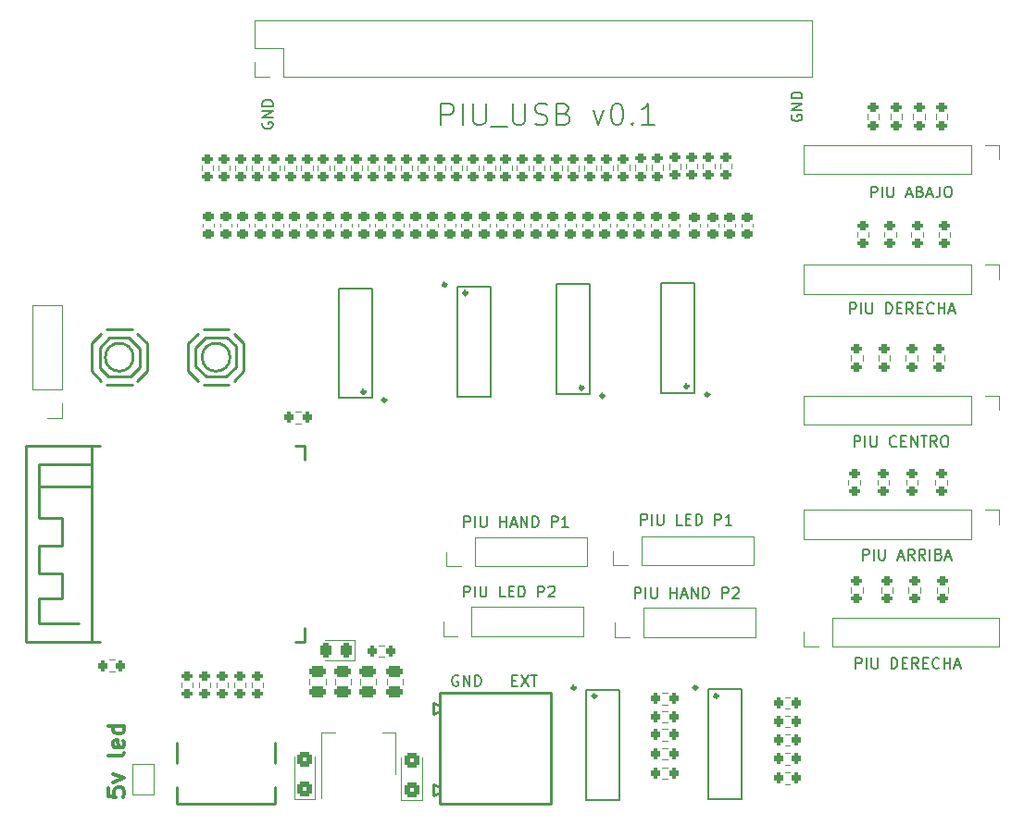
<source format=gto>
G04 #@! TF.GenerationSoftware,KiCad,Pcbnew,(6.0.5)*
G04 #@! TF.CreationDate,2025-09-09T17:56:06-06:00*
G04 #@! TF.ProjectId,tarjeta_pump_it_up,7461726a-6574-4615-9f70-756d705f6974,rev?*
G04 #@! TF.SameCoordinates,Original*
G04 #@! TF.FileFunction,Legend,Top*
G04 #@! TF.FilePolarity,Positive*
%FSLAX46Y46*%
G04 Gerber Fmt 4.6, Leading zero omitted, Abs format (unit mm)*
G04 Created by KiCad (PCBNEW (6.0.5)) date 2025-09-09 17:56:06*
%MOMM*%
%LPD*%
G01*
G04 APERTURE LIST*
G04 Aperture macros list*
%AMRoundRect*
0 Rectangle with rounded corners*
0 $1 Rounding radius*
0 $2 $3 $4 $5 $6 $7 $8 $9 X,Y pos of 4 corners*
0 Add a 4 corners polygon primitive as box body*
4,1,4,$2,$3,$4,$5,$6,$7,$8,$9,$2,$3,0*
0 Add four circle primitives for the rounded corners*
1,1,$1+$1,$2,$3*
1,1,$1+$1,$4,$5*
1,1,$1+$1,$6,$7*
1,1,$1+$1,$8,$9*
0 Add four rect primitives between the rounded corners*
20,1,$1+$1,$2,$3,$4,$5,0*
20,1,$1+$1,$4,$5,$6,$7,0*
20,1,$1+$1,$6,$7,$8,$9,0*
20,1,$1+$1,$8,$9,$2,$3,0*%
G04 Aperture macros list end*
%ADD10C,0.150000*%
%ADD11C,0.300000*%
%ADD12C,0.120000*%
%ADD13C,0.250000*%
%ADD14RoundRect,0.200000X0.275000X-0.200000X0.275000X0.200000X-0.275000X0.200000X-0.275000X-0.200000X0*%
%ADD15RoundRect,0.200000X-0.275000X0.200000X-0.275000X-0.200000X0.275000X-0.200000X0.275000X0.200000X0*%
%ADD16C,3.200000*%
%ADD17O,1.970000X0.600000*%
%ADD18RoundRect,0.200000X-0.200000X-0.275000X0.200000X-0.275000X0.200000X0.275000X-0.200000X0.275000X0*%
%ADD19R,1.700000X1.700000*%
%ADD20O,1.700000X1.700000*%
%ADD21RoundRect,0.225000X-0.250000X0.225000X-0.250000X-0.225000X0.250000X-0.225000X0.250000X0.225000X0*%
%ADD22RoundRect,0.250000X0.475000X-0.250000X0.475000X0.250000X-0.475000X0.250000X-0.475000X-0.250000X0*%
%ADD23R,0.900000X1.500000*%
%ADD24R,1.500000X0.900000*%
%ADD25R,0.900000X0.900000*%
%ADD26RoundRect,0.250000X0.425000X-0.450000X0.425000X0.450000X-0.425000X0.450000X-0.425000X-0.450000X0*%
%ADD27R,1.000000X1.700000*%
%ADD28RoundRect,0.225000X0.250000X-0.225000X0.250000X0.225000X-0.250000X0.225000X-0.250000X-0.225000X0*%
%ADD29C,2.000000*%
%ADD30R,1.500000X1.000000*%
%ADD31RoundRect,0.243750X0.243750X0.456250X-0.243750X0.456250X-0.243750X-0.456250X0.243750X-0.456250X0*%
%ADD32R,1.500000X2.000000*%
%ADD33R,3.800000X2.000000*%
%ADD34C,0.750000*%
%ADD35O,1.200000X2.000000*%
%ADD36O,1.200000X1.800000*%
%ADD37R,0.300000X1.300000*%
G04 APERTURE END LIST*
D10*
X123335714Y-81804761D02*
X123335714Y-79804761D01*
X124097619Y-79804761D01*
X124288095Y-79900000D01*
X124383333Y-79995238D01*
X124478571Y-80185714D01*
X124478571Y-80471428D01*
X124383333Y-80661904D01*
X124288095Y-80757142D01*
X124097619Y-80852380D01*
X123335714Y-80852380D01*
X125335714Y-81804761D02*
X125335714Y-79804761D01*
X126288095Y-79804761D02*
X126288095Y-81423809D01*
X126383333Y-81614285D01*
X126478571Y-81709523D01*
X126669047Y-81804761D01*
X127050000Y-81804761D01*
X127240476Y-81709523D01*
X127335714Y-81614285D01*
X127430952Y-81423809D01*
X127430952Y-79804761D01*
X127907142Y-81995238D02*
X129430952Y-81995238D01*
X129907142Y-79804761D02*
X129907142Y-81423809D01*
X130002380Y-81614285D01*
X130097619Y-81709523D01*
X130288095Y-81804761D01*
X130669047Y-81804761D01*
X130859523Y-81709523D01*
X130954761Y-81614285D01*
X131050000Y-81423809D01*
X131050000Y-79804761D01*
X131907142Y-81709523D02*
X132192857Y-81804761D01*
X132669047Y-81804761D01*
X132859523Y-81709523D01*
X132954761Y-81614285D01*
X133050000Y-81423809D01*
X133050000Y-81233333D01*
X132954761Y-81042857D01*
X132859523Y-80947619D01*
X132669047Y-80852380D01*
X132288095Y-80757142D01*
X132097619Y-80661904D01*
X132002380Y-80566666D01*
X131907142Y-80376190D01*
X131907142Y-80185714D01*
X132002380Y-79995238D01*
X132097619Y-79900000D01*
X132288095Y-79804761D01*
X132764285Y-79804761D01*
X133050000Y-79900000D01*
X134573809Y-80757142D02*
X134859523Y-80852380D01*
X134954761Y-80947619D01*
X135050000Y-81138095D01*
X135050000Y-81423809D01*
X134954761Y-81614285D01*
X134859523Y-81709523D01*
X134669047Y-81804761D01*
X133907142Y-81804761D01*
X133907142Y-79804761D01*
X134573809Y-79804761D01*
X134764285Y-79900000D01*
X134859523Y-79995238D01*
X134954761Y-80185714D01*
X134954761Y-80376190D01*
X134859523Y-80566666D01*
X134764285Y-80661904D01*
X134573809Y-80757142D01*
X133907142Y-80757142D01*
X137240476Y-80471428D02*
X137716666Y-81804761D01*
X138192857Y-80471428D01*
X139335714Y-79804761D02*
X139526190Y-79804761D01*
X139716666Y-79900000D01*
X139811904Y-79995238D01*
X139907142Y-80185714D01*
X140002380Y-80566666D01*
X140002380Y-81042857D01*
X139907142Y-81423809D01*
X139811904Y-81614285D01*
X139716666Y-81709523D01*
X139526190Y-81804761D01*
X139335714Y-81804761D01*
X139145238Y-81709523D01*
X139050000Y-81614285D01*
X138954761Y-81423809D01*
X138859523Y-81042857D01*
X138859523Y-80566666D01*
X138954761Y-80185714D01*
X139050000Y-79995238D01*
X139145238Y-79900000D01*
X139335714Y-79804761D01*
X140859523Y-81614285D02*
X140954761Y-81709523D01*
X140859523Y-81804761D01*
X140764285Y-81709523D01*
X140859523Y-81614285D01*
X140859523Y-81804761D01*
X142859523Y-81804761D02*
X141716666Y-81804761D01*
X142288095Y-81804761D02*
X142288095Y-79804761D01*
X142097619Y-80090476D01*
X141907142Y-80280952D01*
X141716666Y-80376190D01*
X160728095Y-99082380D02*
X160728095Y-98082380D01*
X161109047Y-98082380D01*
X161204285Y-98130000D01*
X161251904Y-98177619D01*
X161299523Y-98272857D01*
X161299523Y-98415714D01*
X161251904Y-98510952D01*
X161204285Y-98558571D01*
X161109047Y-98606190D01*
X160728095Y-98606190D01*
X161728095Y-99082380D02*
X161728095Y-98082380D01*
X162204285Y-98082380D02*
X162204285Y-98891904D01*
X162251904Y-98987142D01*
X162299523Y-99034761D01*
X162394761Y-99082380D01*
X162585238Y-99082380D01*
X162680476Y-99034761D01*
X162728095Y-98987142D01*
X162775714Y-98891904D01*
X162775714Y-98082380D01*
X164013809Y-99082380D02*
X164013809Y-98082380D01*
X164251904Y-98082380D01*
X164394761Y-98130000D01*
X164490000Y-98225238D01*
X164537619Y-98320476D01*
X164585238Y-98510952D01*
X164585238Y-98653809D01*
X164537619Y-98844285D01*
X164490000Y-98939523D01*
X164394761Y-99034761D01*
X164251904Y-99082380D01*
X164013809Y-99082380D01*
X165013809Y-98558571D02*
X165347142Y-98558571D01*
X165490000Y-99082380D02*
X165013809Y-99082380D01*
X165013809Y-98082380D01*
X165490000Y-98082380D01*
X166490000Y-99082380D02*
X166156666Y-98606190D01*
X165918571Y-99082380D02*
X165918571Y-98082380D01*
X166299523Y-98082380D01*
X166394761Y-98130000D01*
X166442380Y-98177619D01*
X166490000Y-98272857D01*
X166490000Y-98415714D01*
X166442380Y-98510952D01*
X166394761Y-98558571D01*
X166299523Y-98606190D01*
X165918571Y-98606190D01*
X166918571Y-98558571D02*
X167251904Y-98558571D01*
X167394761Y-99082380D02*
X166918571Y-99082380D01*
X166918571Y-98082380D01*
X167394761Y-98082380D01*
X168394761Y-98987142D02*
X168347142Y-99034761D01*
X168204285Y-99082380D01*
X168109047Y-99082380D01*
X167966190Y-99034761D01*
X167870952Y-98939523D01*
X167823333Y-98844285D01*
X167775714Y-98653809D01*
X167775714Y-98510952D01*
X167823333Y-98320476D01*
X167870952Y-98225238D01*
X167966190Y-98130000D01*
X168109047Y-98082380D01*
X168204285Y-98082380D01*
X168347142Y-98130000D01*
X168394761Y-98177619D01*
X168823333Y-99082380D02*
X168823333Y-98082380D01*
X168823333Y-98558571D02*
X169394761Y-98558571D01*
X169394761Y-99082380D02*
X169394761Y-98082380D01*
X169823333Y-98796666D02*
X170299523Y-98796666D01*
X169728095Y-99082380D02*
X170061428Y-98082380D01*
X170394761Y-99082380D01*
X125451904Y-118612380D02*
X125451904Y-117612380D01*
X125832857Y-117612380D01*
X125928095Y-117660000D01*
X125975714Y-117707619D01*
X126023333Y-117802857D01*
X126023333Y-117945714D01*
X125975714Y-118040952D01*
X125928095Y-118088571D01*
X125832857Y-118136190D01*
X125451904Y-118136190D01*
X126451904Y-118612380D02*
X126451904Y-117612380D01*
X126928095Y-117612380D02*
X126928095Y-118421904D01*
X126975714Y-118517142D01*
X127023333Y-118564761D01*
X127118571Y-118612380D01*
X127309047Y-118612380D01*
X127404285Y-118564761D01*
X127451904Y-118517142D01*
X127499523Y-118421904D01*
X127499523Y-117612380D01*
X128737619Y-118612380D02*
X128737619Y-117612380D01*
X128737619Y-118088571D02*
X129309047Y-118088571D01*
X129309047Y-118612380D02*
X129309047Y-117612380D01*
X129737619Y-118326666D02*
X130213809Y-118326666D01*
X129642380Y-118612380D02*
X129975714Y-117612380D01*
X130309047Y-118612380D01*
X130642380Y-118612380D02*
X130642380Y-117612380D01*
X131213809Y-118612380D01*
X131213809Y-117612380D01*
X131690000Y-118612380D02*
X131690000Y-117612380D01*
X131928095Y-117612380D01*
X132070952Y-117660000D01*
X132166190Y-117755238D01*
X132213809Y-117850476D01*
X132261428Y-118040952D01*
X132261428Y-118183809D01*
X132213809Y-118374285D01*
X132166190Y-118469523D01*
X132070952Y-118564761D01*
X131928095Y-118612380D01*
X131690000Y-118612380D01*
X133451904Y-118612380D02*
X133451904Y-117612380D01*
X133832857Y-117612380D01*
X133928095Y-117660000D01*
X133975714Y-117707619D01*
X134023333Y-117802857D01*
X134023333Y-117945714D01*
X133975714Y-118040952D01*
X133928095Y-118088571D01*
X133832857Y-118136190D01*
X133451904Y-118136190D01*
X134975714Y-118612380D02*
X134404285Y-118612380D01*
X134690000Y-118612380D02*
X134690000Y-117612380D01*
X134594761Y-117755238D01*
X134499523Y-117850476D01*
X134404285Y-117898095D01*
X129838571Y-132658571D02*
X130171904Y-132658571D01*
X130314761Y-133182380D02*
X129838571Y-133182380D01*
X129838571Y-132182380D01*
X130314761Y-132182380D01*
X130648095Y-132182380D02*
X131314761Y-133182380D01*
X131314761Y-132182380D02*
X130648095Y-133182380D01*
X131552857Y-132182380D02*
X132124285Y-132182380D01*
X131838571Y-133182380D02*
X131838571Y-132182380D01*
X107010000Y-81581904D02*
X106962380Y-81677142D01*
X106962380Y-81820000D01*
X107010000Y-81962857D01*
X107105238Y-82058095D01*
X107200476Y-82105714D01*
X107390952Y-82153333D01*
X107533809Y-82153333D01*
X107724285Y-82105714D01*
X107819523Y-82058095D01*
X107914761Y-81962857D01*
X107962380Y-81820000D01*
X107962380Y-81724761D01*
X107914761Y-81581904D01*
X107867142Y-81534285D01*
X107533809Y-81534285D01*
X107533809Y-81724761D01*
X107962380Y-81105714D02*
X106962380Y-81105714D01*
X107962380Y-80534285D01*
X106962380Y-80534285D01*
X107962380Y-80058095D02*
X106962380Y-80058095D01*
X106962380Y-79820000D01*
X107010000Y-79677142D01*
X107105238Y-79581904D01*
X107200476Y-79534285D01*
X107390952Y-79486666D01*
X107533809Y-79486666D01*
X107724285Y-79534285D01*
X107819523Y-79581904D01*
X107914761Y-79677142D01*
X107962380Y-79820000D01*
X107962380Y-80058095D01*
X161900000Y-121632380D02*
X161900000Y-120632380D01*
X162280952Y-120632380D01*
X162376190Y-120680000D01*
X162423809Y-120727619D01*
X162471428Y-120822857D01*
X162471428Y-120965714D01*
X162423809Y-121060952D01*
X162376190Y-121108571D01*
X162280952Y-121156190D01*
X161900000Y-121156190D01*
X162900000Y-121632380D02*
X162900000Y-120632380D01*
X163376190Y-120632380D02*
X163376190Y-121441904D01*
X163423809Y-121537142D01*
X163471428Y-121584761D01*
X163566666Y-121632380D01*
X163757142Y-121632380D01*
X163852380Y-121584761D01*
X163900000Y-121537142D01*
X163947619Y-121441904D01*
X163947619Y-120632380D01*
X165138095Y-121346666D02*
X165614285Y-121346666D01*
X165042857Y-121632380D02*
X165376190Y-120632380D01*
X165709523Y-121632380D01*
X166614285Y-121632380D02*
X166280952Y-121156190D01*
X166042857Y-121632380D02*
X166042857Y-120632380D01*
X166423809Y-120632380D01*
X166519047Y-120680000D01*
X166566666Y-120727619D01*
X166614285Y-120822857D01*
X166614285Y-120965714D01*
X166566666Y-121060952D01*
X166519047Y-121108571D01*
X166423809Y-121156190D01*
X166042857Y-121156190D01*
X167614285Y-121632380D02*
X167280952Y-121156190D01*
X167042857Y-121632380D02*
X167042857Y-120632380D01*
X167423809Y-120632380D01*
X167519047Y-120680000D01*
X167566666Y-120727619D01*
X167614285Y-120822857D01*
X167614285Y-120965714D01*
X167566666Y-121060952D01*
X167519047Y-121108571D01*
X167423809Y-121156190D01*
X167042857Y-121156190D01*
X168042857Y-121632380D02*
X168042857Y-120632380D01*
X168852380Y-121108571D02*
X168995238Y-121156190D01*
X169042857Y-121203809D01*
X169090476Y-121299047D01*
X169090476Y-121441904D01*
X169042857Y-121537142D01*
X168995238Y-121584761D01*
X168900000Y-121632380D01*
X168519047Y-121632380D01*
X168519047Y-120632380D01*
X168852380Y-120632380D01*
X168947619Y-120680000D01*
X168995238Y-120727619D01*
X169042857Y-120822857D01*
X169042857Y-120918095D01*
X168995238Y-121013333D01*
X168947619Y-121060952D01*
X168852380Y-121108571D01*
X168519047Y-121108571D01*
X169471428Y-121346666D02*
X169947619Y-121346666D01*
X169376190Y-121632380D02*
X169709523Y-120632380D01*
X170042857Y-121632380D01*
X125440952Y-125002380D02*
X125440952Y-124002380D01*
X125821904Y-124002380D01*
X125917142Y-124050000D01*
X125964761Y-124097619D01*
X126012380Y-124192857D01*
X126012380Y-124335714D01*
X125964761Y-124430952D01*
X125917142Y-124478571D01*
X125821904Y-124526190D01*
X125440952Y-124526190D01*
X126440952Y-125002380D02*
X126440952Y-124002380D01*
X126917142Y-124002380D02*
X126917142Y-124811904D01*
X126964761Y-124907142D01*
X127012380Y-124954761D01*
X127107619Y-125002380D01*
X127298095Y-125002380D01*
X127393333Y-124954761D01*
X127440952Y-124907142D01*
X127488571Y-124811904D01*
X127488571Y-124002380D01*
X129202857Y-125002380D02*
X128726666Y-125002380D01*
X128726666Y-124002380D01*
X129536190Y-124478571D02*
X129869523Y-124478571D01*
X130012380Y-125002380D02*
X129536190Y-125002380D01*
X129536190Y-124002380D01*
X130012380Y-124002380D01*
X130440952Y-125002380D02*
X130440952Y-124002380D01*
X130679047Y-124002380D01*
X130821904Y-124050000D01*
X130917142Y-124145238D01*
X130964761Y-124240476D01*
X131012380Y-124430952D01*
X131012380Y-124573809D01*
X130964761Y-124764285D01*
X130917142Y-124859523D01*
X130821904Y-124954761D01*
X130679047Y-125002380D01*
X130440952Y-125002380D01*
X132202857Y-125002380D02*
X132202857Y-124002380D01*
X132583809Y-124002380D01*
X132679047Y-124050000D01*
X132726666Y-124097619D01*
X132774285Y-124192857D01*
X132774285Y-124335714D01*
X132726666Y-124430952D01*
X132679047Y-124478571D01*
X132583809Y-124526190D01*
X132202857Y-124526190D01*
X133155238Y-124097619D02*
X133202857Y-124050000D01*
X133298095Y-124002380D01*
X133536190Y-124002380D01*
X133631428Y-124050000D01*
X133679047Y-124097619D01*
X133726666Y-124192857D01*
X133726666Y-124288095D01*
X133679047Y-124430952D01*
X133107619Y-125002380D01*
X133726666Y-125002380D01*
X124908095Y-132230000D02*
X124812857Y-132182380D01*
X124670000Y-132182380D01*
X124527142Y-132230000D01*
X124431904Y-132325238D01*
X124384285Y-132420476D01*
X124336666Y-132610952D01*
X124336666Y-132753809D01*
X124384285Y-132944285D01*
X124431904Y-133039523D01*
X124527142Y-133134761D01*
X124670000Y-133182380D01*
X124765238Y-133182380D01*
X124908095Y-133134761D01*
X124955714Y-133087142D01*
X124955714Y-132753809D01*
X124765238Y-132753809D01*
X125384285Y-133182380D02*
X125384285Y-132182380D01*
X125955714Y-133182380D01*
X125955714Y-132182380D01*
X126431904Y-133182380D02*
X126431904Y-132182380D01*
X126670000Y-132182380D01*
X126812857Y-132230000D01*
X126908095Y-132325238D01*
X126955714Y-132420476D01*
X127003333Y-132610952D01*
X127003333Y-132753809D01*
X126955714Y-132944285D01*
X126908095Y-133039523D01*
X126812857Y-133134761D01*
X126670000Y-133182380D01*
X126431904Y-133182380D01*
X141630952Y-118422380D02*
X141630952Y-117422380D01*
X142011904Y-117422380D01*
X142107142Y-117470000D01*
X142154761Y-117517619D01*
X142202380Y-117612857D01*
X142202380Y-117755714D01*
X142154761Y-117850952D01*
X142107142Y-117898571D01*
X142011904Y-117946190D01*
X141630952Y-117946190D01*
X142630952Y-118422380D02*
X142630952Y-117422380D01*
X143107142Y-117422380D02*
X143107142Y-118231904D01*
X143154761Y-118327142D01*
X143202380Y-118374761D01*
X143297619Y-118422380D01*
X143488095Y-118422380D01*
X143583333Y-118374761D01*
X143630952Y-118327142D01*
X143678571Y-118231904D01*
X143678571Y-117422380D01*
X145392857Y-118422380D02*
X144916666Y-118422380D01*
X144916666Y-117422380D01*
X145726190Y-117898571D02*
X146059523Y-117898571D01*
X146202380Y-118422380D02*
X145726190Y-118422380D01*
X145726190Y-117422380D01*
X146202380Y-117422380D01*
X146630952Y-118422380D02*
X146630952Y-117422380D01*
X146869047Y-117422380D01*
X147011904Y-117470000D01*
X147107142Y-117565238D01*
X147154761Y-117660476D01*
X147202380Y-117850952D01*
X147202380Y-117993809D01*
X147154761Y-118184285D01*
X147107142Y-118279523D01*
X147011904Y-118374761D01*
X146869047Y-118422380D01*
X146630952Y-118422380D01*
X148392857Y-118422380D02*
X148392857Y-117422380D01*
X148773809Y-117422380D01*
X148869047Y-117470000D01*
X148916666Y-117517619D01*
X148964285Y-117612857D01*
X148964285Y-117755714D01*
X148916666Y-117850952D01*
X148869047Y-117898571D01*
X148773809Y-117946190D01*
X148392857Y-117946190D01*
X149916666Y-118422380D02*
X149345238Y-118422380D01*
X149630952Y-118422380D02*
X149630952Y-117422380D01*
X149535714Y-117565238D01*
X149440476Y-117660476D01*
X149345238Y-117708095D01*
X141051904Y-125122380D02*
X141051904Y-124122380D01*
X141432857Y-124122380D01*
X141528095Y-124170000D01*
X141575714Y-124217619D01*
X141623333Y-124312857D01*
X141623333Y-124455714D01*
X141575714Y-124550952D01*
X141528095Y-124598571D01*
X141432857Y-124646190D01*
X141051904Y-124646190D01*
X142051904Y-125122380D02*
X142051904Y-124122380D01*
X142528095Y-124122380D02*
X142528095Y-124931904D01*
X142575714Y-125027142D01*
X142623333Y-125074761D01*
X142718571Y-125122380D01*
X142909047Y-125122380D01*
X143004285Y-125074761D01*
X143051904Y-125027142D01*
X143099523Y-124931904D01*
X143099523Y-124122380D01*
X144337619Y-125122380D02*
X144337619Y-124122380D01*
X144337619Y-124598571D02*
X144909047Y-124598571D01*
X144909047Y-125122380D02*
X144909047Y-124122380D01*
X145337619Y-124836666D02*
X145813809Y-124836666D01*
X145242380Y-125122380D02*
X145575714Y-124122380D01*
X145909047Y-125122380D01*
X146242380Y-125122380D02*
X146242380Y-124122380D01*
X146813809Y-125122380D01*
X146813809Y-124122380D01*
X147290000Y-125122380D02*
X147290000Y-124122380D01*
X147528095Y-124122380D01*
X147670952Y-124170000D01*
X147766190Y-124265238D01*
X147813809Y-124360476D01*
X147861428Y-124550952D01*
X147861428Y-124693809D01*
X147813809Y-124884285D01*
X147766190Y-124979523D01*
X147670952Y-125074761D01*
X147528095Y-125122380D01*
X147290000Y-125122380D01*
X149051904Y-125122380D02*
X149051904Y-124122380D01*
X149432857Y-124122380D01*
X149528095Y-124170000D01*
X149575714Y-124217619D01*
X149623333Y-124312857D01*
X149623333Y-124455714D01*
X149575714Y-124550952D01*
X149528095Y-124598571D01*
X149432857Y-124646190D01*
X149051904Y-124646190D01*
X150004285Y-124217619D02*
X150051904Y-124170000D01*
X150147142Y-124122380D01*
X150385238Y-124122380D01*
X150480476Y-124170000D01*
X150528095Y-124217619D01*
X150575714Y-124312857D01*
X150575714Y-124408095D01*
X150528095Y-124550952D01*
X149956666Y-125122380D01*
X150575714Y-125122380D01*
X162663333Y-88422380D02*
X162663333Y-87422380D01*
X163044285Y-87422380D01*
X163139523Y-87470000D01*
X163187142Y-87517619D01*
X163234761Y-87612857D01*
X163234761Y-87755714D01*
X163187142Y-87850952D01*
X163139523Y-87898571D01*
X163044285Y-87946190D01*
X162663333Y-87946190D01*
X163663333Y-88422380D02*
X163663333Y-87422380D01*
X164139523Y-87422380D02*
X164139523Y-88231904D01*
X164187142Y-88327142D01*
X164234761Y-88374761D01*
X164330000Y-88422380D01*
X164520476Y-88422380D01*
X164615714Y-88374761D01*
X164663333Y-88327142D01*
X164710952Y-88231904D01*
X164710952Y-87422380D01*
X165901428Y-88136666D02*
X166377619Y-88136666D01*
X165806190Y-88422380D02*
X166139523Y-87422380D01*
X166472857Y-88422380D01*
X167139523Y-87898571D02*
X167282380Y-87946190D01*
X167330000Y-87993809D01*
X167377619Y-88089047D01*
X167377619Y-88231904D01*
X167330000Y-88327142D01*
X167282380Y-88374761D01*
X167187142Y-88422380D01*
X166806190Y-88422380D01*
X166806190Y-87422380D01*
X167139523Y-87422380D01*
X167234761Y-87470000D01*
X167282380Y-87517619D01*
X167330000Y-87612857D01*
X167330000Y-87708095D01*
X167282380Y-87803333D01*
X167234761Y-87850952D01*
X167139523Y-87898571D01*
X166806190Y-87898571D01*
X167758571Y-88136666D02*
X168234761Y-88136666D01*
X167663333Y-88422380D02*
X167996666Y-87422380D01*
X168330000Y-88422380D01*
X168949047Y-87422380D02*
X168949047Y-88136666D01*
X168901428Y-88279523D01*
X168806190Y-88374761D01*
X168663333Y-88422380D01*
X168568095Y-88422380D01*
X169615714Y-87422380D02*
X169806190Y-87422380D01*
X169901428Y-87470000D01*
X169996666Y-87565238D01*
X170044285Y-87755714D01*
X170044285Y-88089047D01*
X169996666Y-88279523D01*
X169901428Y-88374761D01*
X169806190Y-88422380D01*
X169615714Y-88422380D01*
X169520476Y-88374761D01*
X169425238Y-88279523D01*
X169377619Y-88089047D01*
X169377619Y-87755714D01*
X169425238Y-87565238D01*
X169520476Y-87470000D01*
X169615714Y-87422380D01*
D11*
X92868571Y-142520000D02*
X92868571Y-143234285D01*
X93582857Y-143305714D01*
X93511428Y-143234285D01*
X93440000Y-143091428D01*
X93440000Y-142734285D01*
X93511428Y-142591428D01*
X93582857Y-142520000D01*
X93725714Y-142448571D01*
X94082857Y-142448571D01*
X94225714Y-142520000D01*
X94297142Y-142591428D01*
X94368571Y-142734285D01*
X94368571Y-143091428D01*
X94297142Y-143234285D01*
X94225714Y-143305714D01*
X93368571Y-141948571D02*
X94368571Y-141591428D01*
X93368571Y-141234285D01*
X94368571Y-139305714D02*
X94297142Y-139448571D01*
X94154285Y-139520000D01*
X92868571Y-139520000D01*
X94297142Y-138162857D02*
X94368571Y-138305714D01*
X94368571Y-138591428D01*
X94297142Y-138734285D01*
X94154285Y-138805714D01*
X93582857Y-138805714D01*
X93440000Y-138734285D01*
X93368571Y-138591428D01*
X93368571Y-138305714D01*
X93440000Y-138162857D01*
X93582857Y-138091428D01*
X93725714Y-138091428D01*
X93868571Y-138805714D01*
X94368571Y-136805714D02*
X92868571Y-136805714D01*
X94297142Y-136805714D02*
X94368571Y-136948571D01*
X94368571Y-137234285D01*
X94297142Y-137377142D01*
X94225714Y-137448571D01*
X94082857Y-137520000D01*
X93654285Y-137520000D01*
X93511428Y-137448571D01*
X93440000Y-137377142D01*
X93368571Y-137234285D01*
X93368571Y-136948571D01*
X93440000Y-136805714D01*
D10*
X161114285Y-111262380D02*
X161114285Y-110262380D01*
X161495238Y-110262380D01*
X161590476Y-110310000D01*
X161638095Y-110357619D01*
X161685714Y-110452857D01*
X161685714Y-110595714D01*
X161638095Y-110690952D01*
X161590476Y-110738571D01*
X161495238Y-110786190D01*
X161114285Y-110786190D01*
X162114285Y-111262380D02*
X162114285Y-110262380D01*
X162590476Y-110262380D02*
X162590476Y-111071904D01*
X162638095Y-111167142D01*
X162685714Y-111214761D01*
X162780952Y-111262380D01*
X162971428Y-111262380D01*
X163066666Y-111214761D01*
X163114285Y-111167142D01*
X163161904Y-111071904D01*
X163161904Y-110262380D01*
X164971428Y-111167142D02*
X164923809Y-111214761D01*
X164780952Y-111262380D01*
X164685714Y-111262380D01*
X164542857Y-111214761D01*
X164447619Y-111119523D01*
X164400000Y-111024285D01*
X164352380Y-110833809D01*
X164352380Y-110690952D01*
X164400000Y-110500476D01*
X164447619Y-110405238D01*
X164542857Y-110310000D01*
X164685714Y-110262380D01*
X164780952Y-110262380D01*
X164923809Y-110310000D01*
X164971428Y-110357619D01*
X165400000Y-110738571D02*
X165733333Y-110738571D01*
X165876190Y-111262380D02*
X165400000Y-111262380D01*
X165400000Y-110262380D01*
X165876190Y-110262380D01*
X166304761Y-111262380D02*
X166304761Y-110262380D01*
X166876190Y-111262380D01*
X166876190Y-110262380D01*
X167209523Y-110262380D02*
X167780952Y-110262380D01*
X167495238Y-111262380D02*
X167495238Y-110262380D01*
X168685714Y-111262380D02*
X168352380Y-110786190D01*
X168114285Y-111262380D02*
X168114285Y-110262380D01*
X168495238Y-110262380D01*
X168590476Y-110310000D01*
X168638095Y-110357619D01*
X168685714Y-110452857D01*
X168685714Y-110595714D01*
X168638095Y-110690952D01*
X168590476Y-110738571D01*
X168495238Y-110786190D01*
X168114285Y-110786190D01*
X169304761Y-110262380D02*
X169495238Y-110262380D01*
X169590476Y-110310000D01*
X169685714Y-110405238D01*
X169733333Y-110595714D01*
X169733333Y-110929047D01*
X169685714Y-111119523D01*
X169590476Y-111214761D01*
X169495238Y-111262380D01*
X169304761Y-111262380D01*
X169209523Y-111214761D01*
X169114285Y-111119523D01*
X169066666Y-110929047D01*
X169066666Y-110595714D01*
X169114285Y-110405238D01*
X169209523Y-110310000D01*
X169304761Y-110262380D01*
X155410000Y-80881904D02*
X155362380Y-80977142D01*
X155362380Y-81120000D01*
X155410000Y-81262857D01*
X155505238Y-81358095D01*
X155600476Y-81405714D01*
X155790952Y-81453333D01*
X155933809Y-81453333D01*
X156124285Y-81405714D01*
X156219523Y-81358095D01*
X156314761Y-81262857D01*
X156362380Y-81120000D01*
X156362380Y-81024761D01*
X156314761Y-80881904D01*
X156267142Y-80834285D01*
X155933809Y-80834285D01*
X155933809Y-81024761D01*
X156362380Y-80405714D02*
X155362380Y-80405714D01*
X156362380Y-79834285D01*
X155362380Y-79834285D01*
X156362380Y-79358095D02*
X155362380Y-79358095D01*
X155362380Y-79120000D01*
X155410000Y-78977142D01*
X155505238Y-78881904D01*
X155600476Y-78834285D01*
X155790952Y-78786666D01*
X155933809Y-78786666D01*
X156124285Y-78834285D01*
X156219523Y-78881904D01*
X156314761Y-78977142D01*
X156362380Y-79120000D01*
X156362380Y-79358095D01*
X161228095Y-131562380D02*
X161228095Y-130562380D01*
X161609047Y-130562380D01*
X161704285Y-130610000D01*
X161751904Y-130657619D01*
X161799523Y-130752857D01*
X161799523Y-130895714D01*
X161751904Y-130990952D01*
X161704285Y-131038571D01*
X161609047Y-131086190D01*
X161228095Y-131086190D01*
X162228095Y-131562380D02*
X162228095Y-130562380D01*
X162704285Y-130562380D02*
X162704285Y-131371904D01*
X162751904Y-131467142D01*
X162799523Y-131514761D01*
X162894761Y-131562380D01*
X163085238Y-131562380D01*
X163180476Y-131514761D01*
X163228095Y-131467142D01*
X163275714Y-131371904D01*
X163275714Y-130562380D01*
X164513809Y-131562380D02*
X164513809Y-130562380D01*
X164751904Y-130562380D01*
X164894761Y-130610000D01*
X164990000Y-130705238D01*
X165037619Y-130800476D01*
X165085238Y-130990952D01*
X165085238Y-131133809D01*
X165037619Y-131324285D01*
X164990000Y-131419523D01*
X164894761Y-131514761D01*
X164751904Y-131562380D01*
X164513809Y-131562380D01*
X165513809Y-131038571D02*
X165847142Y-131038571D01*
X165990000Y-131562380D02*
X165513809Y-131562380D01*
X165513809Y-130562380D01*
X165990000Y-130562380D01*
X166990000Y-131562380D02*
X166656666Y-131086190D01*
X166418571Y-131562380D02*
X166418571Y-130562380D01*
X166799523Y-130562380D01*
X166894761Y-130610000D01*
X166942380Y-130657619D01*
X166990000Y-130752857D01*
X166990000Y-130895714D01*
X166942380Y-130990952D01*
X166894761Y-131038571D01*
X166799523Y-131086190D01*
X166418571Y-131086190D01*
X167418571Y-131038571D02*
X167751904Y-131038571D01*
X167894761Y-131562380D02*
X167418571Y-131562380D01*
X167418571Y-130562380D01*
X167894761Y-130562380D01*
X168894761Y-131467142D02*
X168847142Y-131514761D01*
X168704285Y-131562380D01*
X168609047Y-131562380D01*
X168466190Y-131514761D01*
X168370952Y-131419523D01*
X168323333Y-131324285D01*
X168275714Y-131133809D01*
X168275714Y-130990952D01*
X168323333Y-130800476D01*
X168370952Y-130705238D01*
X168466190Y-130610000D01*
X168609047Y-130562380D01*
X168704285Y-130562380D01*
X168847142Y-130610000D01*
X168894761Y-130657619D01*
X169323333Y-131562380D02*
X169323333Y-130562380D01*
X169323333Y-131038571D02*
X169894761Y-131038571D01*
X169894761Y-131562380D02*
X169894761Y-130562380D01*
X170323333Y-131276666D02*
X170799523Y-131276666D01*
X170228095Y-131562380D02*
X170561428Y-130562380D01*
X170894761Y-131562380D01*
D12*
X109036800Y-85977258D02*
X109036800Y-85502742D01*
X110081800Y-85977258D02*
X110081800Y-85502742D01*
X100652500Y-132812742D02*
X100652500Y-133287258D01*
X99607500Y-132812742D02*
X99607500Y-133287258D01*
D10*
X147740000Y-133480000D02*
X150780000Y-133480000D01*
X147740000Y-143540000D02*
X147740000Y-133480000D01*
X150780000Y-133480000D02*
X150780000Y-143540000D01*
X150780000Y-143540000D02*
X147740000Y-143540000D01*
D11*
X146740000Y-133300000D02*
G75*
G03*
X146740000Y-133300000I-150000J0D01*
G01*
X148640000Y-134060000D02*
G75*
G03*
X148640000Y-134060000I-150000J0D01*
G01*
D12*
X117662742Y-129457500D02*
X118137258Y-129457500D01*
X117662742Y-130502500D02*
X118137258Y-130502500D01*
X122213300Y-85977258D02*
X122213300Y-85502742D01*
X121168300Y-85977258D02*
X121168300Y-85502742D01*
X173070000Y-83620000D02*
X174400000Y-83620000D01*
X171800000Y-83620000D02*
X156500000Y-83620000D01*
X171800000Y-86280000D02*
X156500000Y-86280000D01*
X171800000Y-83620000D02*
X171800000Y-86280000D01*
X156500000Y-83620000D02*
X156500000Y-86280000D01*
X174400000Y-83620000D02*
X174400000Y-84950000D01*
X121488400Y-90829420D02*
X121488400Y-91110580D01*
X120468400Y-90829420D02*
X120468400Y-91110580D01*
X162462500Y-92067258D02*
X162462500Y-91592742D01*
X161417500Y-92067258D02*
X161417500Y-91592742D01*
X102586500Y-90829420D02*
X102586500Y-91110580D01*
X101566500Y-90829420D02*
X101566500Y-91110580D01*
X164420900Y-80782742D02*
X164420900Y-81257258D01*
X165465900Y-80782742D02*
X165465900Y-81257258D01*
X168550800Y-114767258D02*
X168550800Y-114292742D01*
X169595800Y-114767258D02*
X169595800Y-114292742D01*
X118338100Y-90829420D02*
X118338100Y-91110580D01*
X117318100Y-90829420D02*
X117318100Y-91110580D01*
X166357500Y-92067258D02*
X166357500Y-91592742D01*
X167402500Y-92067258D02*
X167402500Y-91592742D01*
D10*
X133887500Y-106422500D02*
X133887500Y-96362500D01*
X136927500Y-96362500D02*
X136927500Y-106422500D01*
X133887500Y-96362500D02*
X136927500Y-96362500D01*
X136927500Y-106422500D02*
X133887500Y-106422500D01*
D11*
X138227500Y-106602500D02*
G75*
G03*
X138227500Y-106602500I-150000J0D01*
G01*
X136327500Y-105842500D02*
G75*
G03*
X136327500Y-105842500I-150000J0D01*
G01*
D12*
X113586100Y-85977258D02*
X113586100Y-85502742D01*
X114631100Y-85977258D02*
X114631100Y-85502742D01*
X105532500Y-85977258D02*
X105532500Y-85502742D01*
X104487500Y-85977258D02*
X104487500Y-85502742D01*
X119825000Y-133021252D02*
X119825000Y-132498748D01*
X118355000Y-133021252D02*
X118355000Y-132498748D01*
D10*
X136622500Y-133497500D02*
X139662500Y-133497500D01*
X139662500Y-133497500D02*
X139662500Y-143557500D01*
X136622500Y-143557500D02*
X136622500Y-133497500D01*
X139662500Y-143557500D02*
X136622500Y-143557500D01*
D11*
X137522500Y-134077500D02*
G75*
G03*
X137522500Y-134077500I-150000J0D01*
G01*
X135622500Y-133317500D02*
G75*
G03*
X135622500Y-133317500I-150000J0D01*
G01*
D12*
X154790242Y-134175000D02*
X155264758Y-134175000D01*
X154790242Y-135220000D02*
X155264758Y-135220000D01*
X166942500Y-114767258D02*
X166942500Y-114292742D01*
X165897500Y-114767258D02*
X165897500Y-114292742D01*
X142520700Y-90829420D02*
X142520700Y-91110580D01*
X143540700Y-90829420D02*
X143540700Y-91110580D01*
X118893300Y-90829420D02*
X118893300Y-91110580D01*
X119913300Y-90829420D02*
X119913300Y-91110580D01*
X156490000Y-129540000D02*
X156490000Y-128210000D01*
X157820000Y-129540000D02*
X156490000Y-129540000D01*
X159090000Y-129540000D02*
X159090000Y-126880000D01*
X174390000Y-129540000D02*
X174390000Y-126880000D01*
X159090000Y-129540000D02*
X174390000Y-129540000D01*
X159090000Y-126880000D02*
X174390000Y-126880000D01*
X163334200Y-103382258D02*
X163334200Y-102907742D01*
X164379200Y-103382258D02*
X164379200Y-102907742D01*
X173070000Y-117050000D02*
X174400000Y-117050000D01*
X174400000Y-117050000D02*
X174400000Y-118380000D01*
X171800000Y-117050000D02*
X171800000Y-119710000D01*
X171800000Y-117050000D02*
X156500000Y-117050000D01*
X171800000Y-119710000D02*
X156500000Y-119710000D01*
X156500000Y-117050000D02*
X156500000Y-119710000D01*
X144177500Y-85817258D02*
X144177500Y-85342742D01*
X145222500Y-85817258D02*
X145222500Y-85342742D01*
X112775000Y-133021252D02*
X112775000Y-132498748D01*
X111305000Y-133021252D02*
X111305000Y-132498748D01*
X146782500Y-85332742D02*
X146782500Y-85807258D01*
X145737500Y-85332742D02*
X145737500Y-85807258D01*
X140945500Y-90829420D02*
X140945500Y-91110580D01*
X141965500Y-90829420D02*
X141965500Y-91110580D01*
X161882500Y-124117742D02*
X161882500Y-124592258D01*
X160837500Y-124117742D02*
X160837500Y-124592258D01*
X107867100Y-90829420D02*
X107867100Y-91110580D01*
X108887100Y-90829420D02*
X108887100Y-91110580D01*
X125246200Y-85977258D02*
X125246200Y-85502742D01*
X124201200Y-85977258D02*
X124201200Y-85502742D01*
X88640000Y-106020000D02*
X88640000Y-98340000D01*
X85980000Y-106020000D02*
X85980000Y-98340000D01*
X88640000Y-108620000D02*
X87310000Y-108620000D01*
X88640000Y-98340000D02*
X85980000Y-98340000D01*
X88640000Y-107290000D02*
X88640000Y-108620000D01*
X88640000Y-106020000D02*
X85980000Y-106020000D01*
D13*
X86520000Y-125100000D02*
X86520000Y-127390000D01*
X86520000Y-122820000D02*
X88670000Y-122820000D01*
X91400000Y-114880000D02*
X86520000Y-114880000D01*
X88670000Y-117740000D02*
X88670000Y-120280000D01*
X88670000Y-125100000D02*
X86520000Y-125100000D01*
X91400000Y-112850000D02*
X86520000Y-112850000D01*
X110050000Y-129150000D02*
X110900000Y-129150000D01*
X86520000Y-114880000D02*
X86520000Y-117740000D01*
X88670000Y-122820000D02*
X88670000Y-125100000D01*
X92180000Y-111130000D02*
X85370000Y-111130000D01*
X85360000Y-129150000D02*
X92180000Y-129150000D01*
X110900000Y-112480000D02*
X110900000Y-111130000D01*
X110900000Y-111130000D02*
X110050000Y-111130000D01*
X86520000Y-127390000D02*
X90200000Y-127390000D01*
X91400000Y-129150000D02*
X91400000Y-111130000D01*
X85360000Y-111150000D02*
X85360000Y-129150000D01*
X86520000Y-117740000D02*
X88670000Y-117740000D01*
X86520000Y-120280000D02*
X86520000Y-122820000D01*
X88670000Y-120280000D02*
X86520000Y-120280000D01*
X110900000Y-129150000D02*
X110900000Y-127820000D01*
X86520000Y-112850000D02*
X86520000Y-115090000D01*
D12*
X121575000Y-143610000D02*
X121575000Y-139700000D01*
X119705000Y-139700000D02*
X119705000Y-143610000D01*
X119705000Y-143610000D02*
X121575000Y-143610000D01*
D13*
X100210000Y-101780000D02*
X100210000Y-104340000D01*
X103660000Y-104860000D02*
X101860000Y-104860000D01*
X103760000Y-101260000D02*
X104560000Y-102060000D01*
X105310000Y-101780000D02*
X105310000Y-104340000D01*
X101100000Y-100890000D02*
X100210000Y-101780000D01*
X104560000Y-102060000D02*
X104560000Y-103960000D01*
X100860000Y-102160000D02*
X101760000Y-101260000D01*
X105310000Y-101780000D02*
X104420000Y-100890000D01*
X103930000Y-105610000D02*
X101590000Y-105610000D01*
X101760000Y-101260000D02*
X103760000Y-101260000D01*
X104560000Y-103960000D02*
X103660000Y-104860000D01*
X101100000Y-105230000D02*
X100210000Y-104340000D01*
X105310000Y-104340000D02*
X104420000Y-105230000D01*
X100860000Y-103860000D02*
X100860000Y-102160000D01*
X103930000Y-100510000D02*
X101590000Y-100510000D01*
X101860000Y-104860000D02*
X100860000Y-103860000D01*
X104040000Y-103060000D02*
G75*
G03*
X104040000Y-103060000I-1280000J0D01*
G01*
D12*
X160827500Y-103382258D02*
X160827500Y-102907742D01*
X161872500Y-103382258D02*
X161872500Y-102907742D01*
X120696900Y-85977258D02*
X120696900Y-85502742D01*
X119651900Y-85977258D02*
X119651900Y-85502742D01*
X150815200Y-91145580D02*
X150815200Y-90864420D01*
X151835200Y-91145580D02*
X151835200Y-90864420D01*
X117385000Y-133021252D02*
X117385000Y-132498748D01*
X115915000Y-133021252D02*
X115915000Y-132498748D01*
X104016100Y-85977258D02*
X104016100Y-85502742D01*
X102971100Y-85977258D02*
X102971100Y-85502742D01*
X125193900Y-90829420D02*
X125193900Y-91110580D01*
X126213900Y-90829420D02*
X126213900Y-91110580D01*
X111598300Y-85977258D02*
X111598300Y-85502742D01*
X110553300Y-85977258D02*
X110553300Y-85502742D01*
X154790242Y-135895000D02*
X155264758Y-135895000D01*
X154790242Y-136940000D02*
X155264758Y-136940000D01*
X139080000Y-122120000D02*
X139080000Y-120790000D01*
X140410000Y-122120000D02*
X139080000Y-122120000D01*
X151900000Y-122120000D02*
X151900000Y-119460000D01*
X141680000Y-122120000D02*
X151900000Y-122120000D01*
X141680000Y-119460000D02*
X151900000Y-119460000D01*
X141680000Y-122120000D02*
X141680000Y-119460000D01*
D10*
X146537500Y-106302500D02*
X143497500Y-106302500D01*
X143497500Y-106302500D02*
X143497500Y-96242500D01*
X146537500Y-96242500D02*
X146537500Y-106302500D01*
X143497500Y-96242500D02*
X146537500Y-96242500D01*
D11*
X147837500Y-106482500D02*
G75*
G03*
X147837500Y-106482500I-150000J0D01*
G01*
X145937500Y-105722500D02*
G75*
G03*
X145937500Y-105722500I-150000J0D01*
G01*
D12*
X167562500Y-81257258D02*
X167562500Y-80782742D01*
X166517500Y-81257258D02*
X166517500Y-80782742D01*
X141855000Y-126010000D02*
X152075000Y-126010000D01*
X139255000Y-128670000D02*
X139255000Y-127340000D01*
X141855000Y-128670000D02*
X152075000Y-128670000D01*
X152075000Y-128670000D02*
X152075000Y-126010000D01*
X141855000Y-128670000D02*
X141855000Y-126010000D01*
X140585000Y-128670000D02*
X139255000Y-128670000D01*
X132514600Y-90829420D02*
X132514600Y-91110580D01*
X131494600Y-90829420D02*
X131494600Y-91110580D01*
X168827500Y-92067258D02*
X168827500Y-91592742D01*
X169872500Y-92067258D02*
X169872500Y-91592742D01*
X148684900Y-91145580D02*
X148684900Y-90864420D01*
X147664900Y-91145580D02*
X147664900Y-90864420D01*
X137240000Y-90829420D02*
X137240000Y-91110580D01*
X136220000Y-90829420D02*
X136220000Y-91110580D01*
X154790242Y-138630000D02*
X155264758Y-138630000D01*
X154790242Y-137585000D02*
X155264758Y-137585000D01*
X147287500Y-85787258D02*
X147287500Y-85312742D01*
X148332500Y-85787258D02*
X148332500Y-85312742D01*
D13*
X133410000Y-133800000D02*
X123280000Y-133800000D01*
X122650000Y-143190000D02*
X123250000Y-142940000D01*
X122650000Y-135690000D02*
X123250000Y-135440000D01*
X133410000Y-143960000D02*
X133410000Y-133800000D01*
X123250000Y-134940000D02*
X122650000Y-134690000D01*
X123250000Y-142440000D02*
X122650000Y-142190000D01*
X133410000Y-143960000D02*
X123280000Y-143960000D01*
X122650000Y-142190000D02*
X122650000Y-143190000D01*
X122650000Y-134690000D02*
X122650000Y-135690000D01*
X123250000Y-143960000D02*
X123250000Y-133800000D01*
D12*
X107312000Y-90829420D02*
X107312000Y-91110580D01*
X106292000Y-90829420D02*
X106292000Y-91110580D01*
X102817500Y-133287258D02*
X102817500Y-132812742D01*
X103862500Y-133287258D02*
X103862500Y-132812742D01*
X126120000Y-128590000D02*
X126120000Y-125930000D01*
X124850000Y-128590000D02*
X123520000Y-128590000D01*
X126120000Y-128590000D02*
X136340000Y-128590000D01*
X136340000Y-128590000D02*
X136340000Y-125930000D01*
X123520000Y-128590000D02*
X123520000Y-127260000D01*
X126120000Y-125930000D02*
X136340000Y-125930000D01*
X111805000Y-143522500D02*
X111805000Y-139612500D01*
X109935000Y-139612500D02*
X109935000Y-143522500D01*
X109935000Y-143522500D02*
X111805000Y-143522500D01*
X92987742Y-131802500D02*
X93462258Y-131802500D01*
X92987742Y-130757500D02*
X93462258Y-130757500D01*
X101212500Y-132812742D02*
X101212500Y-133287258D01*
X102257500Y-132812742D02*
X102257500Y-133287258D01*
X142597500Y-85912258D02*
X142597500Y-85437742D01*
X143642500Y-85912258D02*
X143642500Y-85437742D01*
X113612600Y-90829420D02*
X113612600Y-91110580D01*
X112592600Y-90829420D02*
X112592600Y-91110580D01*
X109442300Y-90829420D02*
X109442300Y-91110580D01*
X110462300Y-90829420D02*
X110462300Y-91110580D01*
X97070000Y-140290000D02*
X97070000Y-143090000D01*
X95070000Y-140290000D02*
X97070000Y-140290000D01*
X97070000Y-143090000D02*
X95070000Y-143090000D01*
X95070000Y-143090000D02*
X95070000Y-140290000D01*
X163244100Y-114767258D02*
X163244100Y-114292742D01*
X164289100Y-114767258D02*
X164289100Y-114292742D01*
X146010000Y-91140580D02*
X146010000Y-90859420D01*
X147030000Y-91140580D02*
X147030000Y-90859420D01*
X143550242Y-134840000D02*
X144024758Y-134840000D01*
X143550242Y-133795000D02*
X144024758Y-133795000D01*
X168614200Y-81257258D02*
X168614200Y-80782742D01*
X169659200Y-81257258D02*
X169659200Y-80782742D01*
X166885800Y-103382258D02*
X166885800Y-102907742D01*
X165840800Y-103382258D02*
X165840800Y-102907742D01*
X141047500Y-85917258D02*
X141047500Y-85442742D01*
X142092500Y-85917258D02*
X142092500Y-85442742D01*
X138815200Y-90829420D02*
X138815200Y-91110580D01*
X137795200Y-90829420D02*
X137795200Y-91110580D01*
X164662500Y-124117742D02*
X164662500Y-124592258D01*
X163617500Y-124117742D02*
X163617500Y-124592258D01*
X143550242Y-139900000D02*
X144024758Y-139900000D01*
X143550242Y-138855000D02*
X144024758Y-138855000D01*
X128344200Y-90829420D02*
X128344200Y-91110580D01*
X129364200Y-90829420D02*
X129364200Y-91110580D01*
X115435000Y-128920000D02*
X112750000Y-128920000D01*
X112750000Y-130840000D02*
X115435000Y-130840000D01*
X115435000Y-130840000D02*
X115435000Y-128920000D01*
X128279100Y-85977258D02*
X128279100Y-85502742D01*
X127234100Y-85977258D02*
X127234100Y-85502742D01*
X104716800Y-90829420D02*
X104716800Y-91110580D01*
X105736800Y-90829420D02*
X105736800Y-91110580D01*
X122043600Y-90829420D02*
X122043600Y-91110580D01*
X123063600Y-90829420D02*
X123063600Y-91110580D01*
X149240000Y-91145580D02*
X149240000Y-90864420D01*
X150260000Y-91145580D02*
X150260000Y-90864420D01*
X129919400Y-90829420D02*
X129919400Y-91110580D01*
X130939400Y-90829420D02*
X130939400Y-91110580D01*
X174400000Y-94600000D02*
X174400000Y-95930000D01*
X171800000Y-94600000D02*
X156500000Y-94600000D01*
X173070000Y-94600000D02*
X174400000Y-94600000D01*
X171800000Y-97260000D02*
X156500000Y-97260000D01*
X156500000Y-94600000D02*
X156500000Y-97260000D01*
X171800000Y-94600000D02*
X171800000Y-97260000D01*
X119180500Y-85977258D02*
X119180500Y-85502742D01*
X118135500Y-85977258D02*
X118135500Y-85502742D01*
X169722500Y-124592258D02*
X169722500Y-124117742D01*
X168677500Y-124592258D02*
X168677500Y-124117742D01*
X111017500Y-90829420D02*
X111017500Y-91110580D01*
X112037500Y-90829420D02*
X112037500Y-91110580D01*
D10*
X124797500Y-106662500D02*
X124797500Y-96602500D01*
X127837500Y-106662500D02*
X124797500Y-106662500D01*
X127837500Y-96602500D02*
X127837500Y-106662500D01*
X124797500Y-96602500D02*
X127837500Y-96602500D01*
D11*
X125697500Y-97182500D02*
G75*
G03*
X125697500Y-97182500I-150000J0D01*
G01*
X123797500Y-96422500D02*
G75*
G03*
X123797500Y-96422500I-150000J0D01*
G01*
D12*
X163369200Y-81257258D02*
X163369200Y-80782742D01*
X162324200Y-81257258D02*
X162324200Y-80782742D01*
X161635800Y-114767258D02*
X161635800Y-114292742D01*
X160590800Y-114767258D02*
X160590800Y-114292742D01*
X104422500Y-133287258D02*
X104422500Y-132812742D01*
X105467500Y-133287258D02*
X105467500Y-132812742D01*
X126450000Y-119550000D02*
X136670000Y-119550000D01*
X125180000Y-122210000D02*
X123850000Y-122210000D01*
X136670000Y-122210000D02*
X136670000Y-119550000D01*
X126450000Y-122210000D02*
X136670000Y-122210000D01*
X123850000Y-122210000D02*
X123850000Y-120880000D01*
X126450000Y-122210000D02*
X126450000Y-119550000D01*
X144095800Y-90829420D02*
X144095800Y-91110580D01*
X145115800Y-90829420D02*
X145115800Y-91110580D01*
X113635000Y-133021252D02*
X113635000Y-132498748D01*
X115105000Y-133021252D02*
X115105000Y-132498748D01*
X110012742Y-109102500D02*
X110487258Y-109102500D01*
X110012742Y-108057500D02*
X110487258Y-108057500D01*
X148847500Y-85812258D02*
X148847500Y-85337742D01*
X149892500Y-85812258D02*
X149892500Y-85337742D01*
X125717600Y-85977258D02*
X125717600Y-85502742D01*
X126762600Y-85977258D02*
X126762600Y-85502742D01*
X119190000Y-137430000D02*
X117930000Y-137430000D01*
X112370000Y-137430000D02*
X113630000Y-137430000D01*
X112370000Y-143440000D02*
X112370000Y-137430000D01*
X119190000Y-141190000D02*
X119190000Y-137430000D01*
X103141700Y-90829420D02*
X103141700Y-91110580D01*
X104161700Y-90829420D02*
X104161700Y-91110580D01*
X107048900Y-85977258D02*
X107048900Y-85502742D01*
X106003900Y-85977258D02*
X106003900Y-85502742D01*
X108565400Y-85977258D02*
X108565400Y-85502742D01*
X107520400Y-85977258D02*
X107520400Y-85502742D01*
X122684800Y-85977258D02*
X122684800Y-85502742D01*
X123729800Y-85977258D02*
X123729800Y-85502742D01*
X134089700Y-90829420D02*
X134089700Y-91110580D01*
X133069700Y-90829420D02*
X133069700Y-91110580D01*
X102499600Y-85977258D02*
X102499600Y-85502742D01*
X101454600Y-85977258D02*
X101454600Y-85502742D01*
X115187800Y-90829420D02*
X115187800Y-91110580D01*
X114167800Y-90829420D02*
X114167800Y-91110580D01*
X174400000Y-106570000D02*
X174400000Y-107900000D01*
X171800000Y-109230000D02*
X156500000Y-109230000D01*
X173070000Y-106570000D02*
X174400000Y-106570000D01*
X156500000Y-106570000D02*
X156500000Y-109230000D01*
X171800000Y-106570000D02*
X156500000Y-106570000D01*
X171800000Y-106570000D02*
X171800000Y-109230000D01*
X117664000Y-85977258D02*
X117664000Y-85502742D01*
X116619000Y-85977258D02*
X116619000Y-85502742D01*
X154790242Y-141075000D02*
X155264758Y-141075000D01*
X154790242Y-142120000D02*
X155264758Y-142120000D01*
X135664900Y-90829420D02*
X135664900Y-91110580D01*
X134644900Y-90829420D02*
X134644900Y-91110580D01*
X112069700Y-85977258D02*
X112069700Y-85502742D01*
X113114700Y-85977258D02*
X113114700Y-85502742D01*
X123618800Y-90829420D02*
X123618800Y-91110580D01*
X124638800Y-90829420D02*
X124638800Y-91110580D01*
X106027500Y-133287258D02*
X106027500Y-132812742D01*
X107072500Y-133287258D02*
X107072500Y-132812742D01*
X167142500Y-124117742D02*
X167142500Y-124592258D01*
X166097500Y-124117742D02*
X166097500Y-124592258D01*
X126769100Y-90829420D02*
X126769100Y-91110580D01*
X127789100Y-90829420D02*
X127789100Y-91110580D01*
D13*
X94810000Y-101260000D02*
X95810000Y-102260000D01*
X92910000Y-104860000D02*
X92110000Y-104060000D01*
X92110000Y-102160000D02*
X93010000Y-101260000D01*
X92110000Y-104060000D02*
X92110000Y-102160000D01*
X95570000Y-100890000D02*
X96460000Y-101780000D01*
X92740000Y-100510000D02*
X95080000Y-100510000D01*
X95570000Y-105230000D02*
X96460000Y-104340000D01*
X96460000Y-104340000D02*
X96460000Y-101780000D01*
X91360000Y-104340000D02*
X92250000Y-105230000D01*
X94910000Y-104860000D02*
X92910000Y-104860000D01*
X91360000Y-101780000D02*
X92250000Y-100890000D01*
X95810000Y-102260000D02*
X95810000Y-103960000D01*
X92740000Y-105610000D02*
X95080000Y-105610000D01*
X95810000Y-103960000D02*
X94910000Y-104860000D01*
X91360000Y-104340000D02*
X91360000Y-101780000D01*
X93010000Y-101260000D02*
X94810000Y-101260000D01*
X95190000Y-103060000D02*
G75*
G03*
X95190000Y-103060000I-1280000J0D01*
G01*
D12*
X139370400Y-90829420D02*
X139370400Y-91110580D01*
X140390400Y-90829420D02*
X140390400Y-91110580D01*
X135952500Y-85987258D02*
X135952500Y-85512742D01*
X134907500Y-85987258D02*
X134907500Y-85512742D01*
X128750500Y-85977258D02*
X128750500Y-85502742D01*
X129795500Y-85977258D02*
X129795500Y-85502742D01*
X136447500Y-85977258D02*
X136447500Y-85502742D01*
X137492500Y-85977258D02*
X137492500Y-85502742D01*
X108895000Y-74805000D02*
X106295000Y-74805000D01*
X108895000Y-77405000D02*
X157215000Y-77405000D01*
X108895000Y-77405000D02*
X108895000Y-74805000D01*
X106295000Y-77405000D02*
X106295000Y-76075000D01*
X107625000Y-77405000D02*
X106295000Y-77405000D01*
X106295000Y-74805000D02*
X106295000Y-72205000D01*
X106295000Y-72205000D02*
X157215000Y-72205000D01*
X157215000Y-77405000D02*
X157215000Y-72205000D01*
X116762900Y-90829420D02*
X116762900Y-91110580D01*
X115742900Y-90829420D02*
X115742900Y-91110580D01*
X140542500Y-85947258D02*
X140542500Y-85472742D01*
X139497500Y-85947258D02*
X139497500Y-85472742D01*
X131783400Y-85977258D02*
X131783400Y-85502742D01*
X132828400Y-85977258D02*
X132828400Y-85502742D01*
X143550242Y-141650000D02*
X144024758Y-141650000D01*
X143550242Y-140605000D02*
X144024758Y-140605000D01*
X143550242Y-135455000D02*
X144024758Y-135455000D01*
X143550242Y-136500000D02*
X144024758Y-136500000D01*
X130267000Y-85977258D02*
X130267000Y-85502742D01*
X131312000Y-85977258D02*
X131312000Y-85502742D01*
D13*
X99200000Y-143897500D02*
X99200000Y-142417500D01*
X108140000Y-143897500D02*
X99200000Y-143897500D01*
X108140000Y-140177500D02*
X108140000Y-138317500D01*
X108140000Y-143897500D02*
X108140000Y-142417500D01*
X99200000Y-140177500D02*
X99200000Y-138317500D01*
D12*
X169392500Y-103382258D02*
X169392500Y-102907742D01*
X168347500Y-103382258D02*
X168347500Y-102907742D01*
X143550242Y-138150000D02*
X144024758Y-138150000D01*
X143550242Y-137105000D02*
X144024758Y-137105000D01*
D10*
X113960000Y-96750000D02*
X117000000Y-96750000D01*
X113960000Y-106810000D02*
X113960000Y-96750000D01*
X117000000Y-96750000D02*
X117000000Y-106810000D01*
X117000000Y-106810000D02*
X113960000Y-106810000D01*
D11*
X118300000Y-106990000D02*
G75*
G03*
X118300000Y-106990000I-150000J0D01*
G01*
X116400000Y-106230000D02*
G75*
G03*
X116400000Y-106230000I-150000J0D01*
G01*
D12*
X154790242Y-140340000D02*
X155264758Y-140340000D01*
X154790242Y-139295000D02*
X155264758Y-139295000D01*
X163887500Y-92067258D02*
X163887500Y-91592742D01*
X164932500Y-92067258D02*
X164932500Y-91592742D01*
X133337500Y-85967258D02*
X133337500Y-85492742D01*
X134382500Y-85967258D02*
X134382500Y-85492742D01*
X116147600Y-85977258D02*
X116147600Y-85502742D01*
X115102600Y-85977258D02*
X115102600Y-85502742D01*
X137977500Y-85977258D02*
X137977500Y-85502742D01*
X139022500Y-85977258D02*
X139022500Y-85502742D01*
%LPC*%
D14*
X109559300Y-86565000D03*
X109559300Y-84915000D03*
D15*
X100130000Y-132225000D03*
X100130000Y-133875000D03*
D16*
X171910000Y-74070000D03*
D17*
X146520000Y-134060000D03*
X146520000Y-135330000D03*
X146520000Y-136600000D03*
X146520000Y-137880000D03*
X146520000Y-139140000D03*
X146520000Y-140410000D03*
X146520000Y-141680000D03*
X146520000Y-142950000D03*
X152000000Y-142950000D03*
X152000000Y-141680000D03*
X152000000Y-140410000D03*
X152000000Y-139140000D03*
X152000000Y-137880000D03*
X152000000Y-136600000D03*
X152000000Y-135330000D03*
X152000000Y-134060000D03*
D18*
X117075000Y-129980000D03*
X118725000Y-129980000D03*
D14*
X121690800Y-86565000D03*
X121690800Y-84915000D03*
D19*
X173070000Y-84950000D03*
D20*
X170530000Y-84950000D03*
X167990000Y-84950000D03*
X165450000Y-84950000D03*
X162910000Y-84950000D03*
X160370000Y-84950000D03*
X157830000Y-84950000D03*
D21*
X120978400Y-90195000D03*
X120978400Y-91745000D03*
D14*
X161940000Y-92655000D03*
X161940000Y-91005000D03*
D21*
X102076500Y-90195000D03*
X102076500Y-91745000D03*
D15*
X164943400Y-80195000D03*
X164943400Y-81845000D03*
D14*
X169073300Y-115355000D03*
X169073300Y-113705000D03*
D21*
X117828100Y-90195000D03*
X117828100Y-91745000D03*
D14*
X166880000Y-92655000D03*
X166880000Y-91005000D03*
D17*
X138147500Y-105842500D03*
X138147500Y-104572500D03*
X138147500Y-103302500D03*
X138147500Y-102022500D03*
X138147500Y-100762500D03*
X138147500Y-99492500D03*
X138147500Y-98222500D03*
X138147500Y-96952500D03*
X132667500Y-96952500D03*
X132667500Y-98222500D03*
X132667500Y-99492500D03*
X132667500Y-100762500D03*
X132667500Y-102022500D03*
X132667500Y-103302500D03*
X132667500Y-104572500D03*
X132667500Y-105842500D03*
D14*
X114108600Y-86565000D03*
X114108600Y-84915000D03*
X105010000Y-86565000D03*
X105010000Y-84915000D03*
D22*
X119090000Y-133710000D03*
X119090000Y-131810000D03*
D17*
X135402500Y-134077500D03*
X135402500Y-135347500D03*
X135402500Y-136617500D03*
X135402500Y-137897500D03*
X135402500Y-139157500D03*
X135402500Y-140427500D03*
X135402500Y-141697500D03*
X135402500Y-142967500D03*
X140882500Y-142967500D03*
X140882500Y-141697500D03*
X140882500Y-140427500D03*
X140882500Y-139157500D03*
X140882500Y-137897500D03*
X140882500Y-136617500D03*
X140882500Y-135347500D03*
X140882500Y-134077500D03*
D18*
X154202500Y-134697500D03*
X155852500Y-134697500D03*
D14*
X166420000Y-115355000D03*
X166420000Y-113705000D03*
D21*
X143030700Y-90195000D03*
X143030700Y-91745000D03*
X119403300Y-90195000D03*
X119403300Y-91745000D03*
D19*
X157820000Y-128210000D03*
D20*
X160360000Y-128210000D03*
X162900000Y-128210000D03*
X165440000Y-128210000D03*
X167980000Y-128210000D03*
X170520000Y-128210000D03*
X173060000Y-128210000D03*
D14*
X163856700Y-103970000D03*
X163856700Y-102320000D03*
D19*
X173070000Y-118380000D03*
D20*
X170530000Y-118380000D03*
X167990000Y-118380000D03*
X165450000Y-118380000D03*
X162910000Y-118380000D03*
X160370000Y-118380000D03*
X157830000Y-118380000D03*
D14*
X144700000Y-86405000D03*
X144700000Y-84755000D03*
D22*
X112040000Y-133710000D03*
X112040000Y-131810000D03*
D15*
X146260000Y-84745000D03*
X146260000Y-86395000D03*
D16*
X89120000Y-74070000D03*
D21*
X141455500Y-90195000D03*
X141455500Y-91745000D03*
D15*
X161360000Y-123530000D03*
X161360000Y-125180000D03*
D21*
X108377100Y-90195000D03*
X108377100Y-91745000D03*
D14*
X124723700Y-86565000D03*
X124723700Y-84915000D03*
D19*
X87310000Y-107290000D03*
D20*
X87310000Y-104750000D03*
X87310000Y-102210000D03*
X87310000Y-99670000D03*
D23*
X92860000Y-128900000D03*
X94130000Y-128900000D03*
X95400000Y-128900000D03*
X96670000Y-128900000D03*
X97940000Y-128900000D03*
X99210000Y-128900000D03*
X100480000Y-128900000D03*
X101750000Y-128900000D03*
X103020000Y-128900000D03*
X104290000Y-128900000D03*
X105560000Y-128900000D03*
X106830000Y-128900000D03*
X108100000Y-128900000D03*
X109370000Y-128900000D03*
D24*
X110640000Y-127140000D03*
X110640000Y-125870000D03*
X110640000Y-124600000D03*
X110640000Y-123330000D03*
X110640000Y-122060000D03*
X110640000Y-120780000D03*
X110640000Y-119520000D03*
X110640000Y-118250000D03*
X110640000Y-116980000D03*
X110640000Y-115700000D03*
X110640000Y-114430000D03*
X110610000Y-113160000D03*
D23*
X109370000Y-111400000D03*
X108100000Y-111400000D03*
X106830000Y-111400000D03*
X105560000Y-111400000D03*
X104290000Y-111400000D03*
X103020000Y-111400000D03*
X101750000Y-111400000D03*
X100480000Y-111400000D03*
X99210000Y-111400000D03*
X97940000Y-111400000D03*
X96670000Y-111400000D03*
X95400000Y-111400000D03*
X94130000Y-111400000D03*
X92860000Y-111400000D03*
D25*
X101980000Y-123050000D03*
X99180000Y-121650000D03*
X100580000Y-121650000D03*
X100580000Y-123050000D03*
X99180000Y-120250000D03*
X101980000Y-121650000D03*
X101980000Y-120250000D03*
X99180000Y-123050000D03*
X100580000Y-120250000D03*
D26*
X120640000Y-142650000D03*
X120640000Y-139950000D03*
D27*
X104610000Y-99760000D03*
X104610000Y-106360000D03*
X100910000Y-99760000D03*
X100910000Y-106360000D03*
D14*
X161350000Y-103970000D03*
X161350000Y-102320000D03*
X120174400Y-86565000D03*
X120174400Y-84915000D03*
D28*
X151325200Y-91780000D03*
X151325200Y-90230000D03*
D22*
X116650000Y-133710000D03*
X116650000Y-131810000D03*
D16*
X88980000Y-140520000D03*
D14*
X103493600Y-86565000D03*
X103493600Y-84915000D03*
D21*
X125703900Y-90195000D03*
X125703900Y-91745000D03*
D14*
X111075800Y-86565000D03*
X111075800Y-84915000D03*
D18*
X154202500Y-136417500D03*
X155852500Y-136417500D03*
D19*
X140410000Y-120790000D03*
D20*
X142950000Y-120790000D03*
X145490000Y-120790000D03*
X148030000Y-120790000D03*
X150570000Y-120790000D03*
D17*
X147757500Y-105722500D03*
X147757500Y-104452500D03*
X147757500Y-103182500D03*
X147757500Y-101902500D03*
X147757500Y-100642500D03*
X147757500Y-99372500D03*
X147757500Y-98102500D03*
X147757500Y-96832500D03*
X142277500Y-96832500D03*
X142277500Y-98102500D03*
X142277500Y-99372500D03*
X142277500Y-100642500D03*
X142277500Y-101902500D03*
X142277500Y-103182500D03*
X142277500Y-104452500D03*
X142277500Y-105722500D03*
D14*
X167040000Y-81845000D03*
X167040000Y-80195000D03*
D19*
X140585000Y-127340000D03*
D20*
X143125000Y-127340000D03*
X145665000Y-127340000D03*
X148205000Y-127340000D03*
X150745000Y-127340000D03*
D21*
X132004600Y-90195000D03*
X132004600Y-91745000D03*
D14*
X169350000Y-92655000D03*
X169350000Y-91005000D03*
D28*
X148174900Y-91780000D03*
X148174900Y-90230000D03*
D21*
X136730000Y-90195000D03*
X136730000Y-91745000D03*
D18*
X154202500Y-138107500D03*
X155852500Y-138107500D03*
D14*
X147810000Y-86375000D03*
X147810000Y-84725000D03*
D29*
X125790000Y-139440000D03*
X130870000Y-139440000D03*
D21*
X106802000Y-90195000D03*
X106802000Y-91745000D03*
D14*
X103340000Y-133875000D03*
X103340000Y-132225000D03*
D19*
X124850000Y-127260000D03*
D20*
X127390000Y-127260000D03*
X129930000Y-127260000D03*
X132470000Y-127260000D03*
X135010000Y-127260000D03*
D26*
X110870000Y-142562500D03*
X110870000Y-139862500D03*
D18*
X92400000Y-131280000D03*
X94050000Y-131280000D03*
D15*
X101735000Y-132225000D03*
X101735000Y-133875000D03*
D14*
X143120000Y-86500000D03*
X143120000Y-84850000D03*
D21*
X113102600Y-90195000D03*
X113102600Y-91745000D03*
X109952300Y-90195000D03*
X109952300Y-91745000D03*
D30*
X96070000Y-141040000D03*
X96070000Y-142340000D03*
D14*
X163766600Y-115355000D03*
X163766600Y-113705000D03*
D28*
X146520000Y-91775000D03*
X146520000Y-90225000D03*
D18*
X142962500Y-134317500D03*
X144612500Y-134317500D03*
D14*
X169136700Y-81845000D03*
X169136700Y-80195000D03*
X166363300Y-103970000D03*
X166363300Y-102320000D03*
X141570000Y-86505000D03*
X141570000Y-84855000D03*
D21*
X138305200Y-90195000D03*
X138305200Y-91745000D03*
D15*
X164140000Y-123530000D03*
X164140000Y-125180000D03*
D18*
X142962500Y-139377500D03*
X144612500Y-139377500D03*
D21*
X128854200Y-90195000D03*
X128854200Y-91745000D03*
D31*
X114687500Y-129880000D03*
X112812500Y-129880000D03*
D14*
X127756600Y-86565000D03*
X127756600Y-84915000D03*
D21*
X105226800Y-90195000D03*
X105226800Y-91745000D03*
X122553600Y-90195000D03*
X122553600Y-91745000D03*
D28*
X149750000Y-91780000D03*
X149750000Y-90230000D03*
D21*
X130429400Y-90195000D03*
X130429400Y-91745000D03*
D19*
X173070000Y-95930000D03*
D20*
X170530000Y-95930000D03*
X167990000Y-95930000D03*
X165450000Y-95930000D03*
X162910000Y-95930000D03*
X160370000Y-95930000D03*
X157830000Y-95930000D03*
D14*
X118658000Y-86565000D03*
X118658000Y-84915000D03*
X169200000Y-125180000D03*
X169200000Y-123530000D03*
D21*
X111527500Y-90195000D03*
X111527500Y-91745000D03*
D17*
X123577500Y-97182500D03*
X123577500Y-98452500D03*
X123577500Y-99722500D03*
X123577500Y-101002500D03*
X123577500Y-102262500D03*
X123577500Y-103532500D03*
X123577500Y-104802500D03*
X123577500Y-106072500D03*
X129057500Y-106072500D03*
X129057500Y-104802500D03*
X129057500Y-103532500D03*
X129057500Y-102262500D03*
X129057500Y-101002500D03*
X129057500Y-99722500D03*
X129057500Y-98452500D03*
X129057500Y-97182500D03*
D16*
X171980000Y-138910000D03*
D14*
X162846700Y-81845000D03*
X162846700Y-80195000D03*
X161113300Y-115355000D03*
X161113300Y-113705000D03*
X104945000Y-133875000D03*
X104945000Y-132225000D03*
D19*
X125180000Y-120880000D03*
D20*
X127720000Y-120880000D03*
X130260000Y-120880000D03*
X132800000Y-120880000D03*
X135340000Y-120880000D03*
D21*
X144605800Y-90195000D03*
X144605800Y-91745000D03*
D22*
X114370000Y-133710000D03*
X114370000Y-131810000D03*
D18*
X109425000Y-108580000D03*
X111075000Y-108580000D03*
D14*
X149370000Y-86400000D03*
X149370000Y-84750000D03*
X126240100Y-86565000D03*
X126240100Y-84915000D03*
D32*
X113480000Y-142490000D03*
D33*
X115780000Y-136190000D03*
D32*
X115780000Y-142490000D03*
X118080000Y-142490000D03*
D21*
X103651700Y-90195000D03*
X103651700Y-91745000D03*
D14*
X106526400Y-86565000D03*
X106526400Y-84915000D03*
X108042900Y-86565000D03*
X108042900Y-84915000D03*
X123207300Y-86565000D03*
X123207300Y-84915000D03*
D21*
X133579700Y-90195000D03*
X133579700Y-91745000D03*
D14*
X101977100Y-86565000D03*
X101977100Y-84915000D03*
D21*
X114677800Y-90195000D03*
X114677800Y-91745000D03*
D19*
X173070000Y-107900000D03*
D20*
X170530000Y-107900000D03*
X167990000Y-107900000D03*
X165450000Y-107900000D03*
X162910000Y-107900000D03*
X160370000Y-107900000D03*
X157830000Y-107900000D03*
D14*
X117141500Y-86565000D03*
X117141500Y-84915000D03*
D18*
X154202500Y-141597500D03*
X155852500Y-141597500D03*
D21*
X135154900Y-90195000D03*
X135154900Y-91745000D03*
D14*
X112592200Y-86565000D03*
X112592200Y-84915000D03*
D21*
X124128800Y-90195000D03*
X124128800Y-91745000D03*
D14*
X106550000Y-133875000D03*
X106550000Y-132225000D03*
D15*
X166620000Y-123530000D03*
X166620000Y-125180000D03*
D21*
X127279100Y-90195000D03*
X127279100Y-91745000D03*
D27*
X92060000Y-106360000D03*
X92060000Y-99760000D03*
X95760000Y-106360000D03*
X95760000Y-99760000D03*
D21*
X139880400Y-90195000D03*
X139880400Y-91745000D03*
D14*
X135430000Y-86575000D03*
X135430000Y-84925000D03*
X129273000Y-86565000D03*
X129273000Y-84915000D03*
X136970000Y-86565000D03*
X136970000Y-84915000D03*
D19*
X107625000Y-76075000D03*
D20*
X107625000Y-73535000D03*
X110165000Y-76075000D03*
X110165000Y-73535000D03*
X112705000Y-76075000D03*
X112705000Y-73535000D03*
X115245000Y-76075000D03*
X115245000Y-73535000D03*
X117785000Y-76075000D03*
X117785000Y-73535000D03*
X120325000Y-76075000D03*
X120325000Y-73535000D03*
X122865000Y-76075000D03*
X122865000Y-73535000D03*
X125405000Y-76075000D03*
X125405000Y-73535000D03*
X127945000Y-76075000D03*
X127945000Y-73535000D03*
X130485000Y-76075000D03*
X130485000Y-73535000D03*
X133025000Y-76075000D03*
X133025000Y-73535000D03*
X135565000Y-76075000D03*
X135565000Y-73535000D03*
X138105000Y-76075000D03*
X138105000Y-73535000D03*
X140645000Y-76075000D03*
X140645000Y-73535000D03*
X143185000Y-76075000D03*
X143185000Y-73535000D03*
X145725000Y-76075000D03*
X145725000Y-73535000D03*
X148265000Y-76075000D03*
X148265000Y-73535000D03*
X150805000Y-76075000D03*
X150805000Y-73535000D03*
X153345000Y-76075000D03*
X153345000Y-73535000D03*
X155885000Y-76075000D03*
X155885000Y-73535000D03*
D21*
X116252900Y-90195000D03*
X116252900Y-91745000D03*
D14*
X140020000Y-86535000D03*
X140020000Y-84885000D03*
X132305900Y-86565000D03*
X132305900Y-84915000D03*
D18*
X142962500Y-141127500D03*
X144612500Y-141127500D03*
X142962500Y-135977500D03*
X144612500Y-135977500D03*
D14*
X130789500Y-86565000D03*
X130789500Y-84915000D03*
D34*
X106570000Y-137587500D03*
X100770000Y-137587500D03*
D35*
X99340000Y-137087500D03*
X108000000Y-137087500D03*
D36*
X108000000Y-141267500D03*
X99340000Y-141267500D03*
D37*
X100320000Y-136327500D03*
X101120000Y-136327500D03*
X102420000Y-136327500D03*
X103420000Y-136327500D03*
X103920000Y-136327500D03*
X104920000Y-136327500D03*
X106220000Y-136327500D03*
X107020000Y-136327500D03*
X106720000Y-136327500D03*
X105920000Y-136327500D03*
X105420000Y-136327500D03*
X104420000Y-136327500D03*
X102920000Y-136327500D03*
X101920000Y-136327500D03*
X101420000Y-136327500D03*
X100620000Y-136327500D03*
D14*
X168870000Y-103970000D03*
X168870000Y-102320000D03*
D18*
X142962500Y-137627500D03*
X144612500Y-137627500D03*
D17*
X118220000Y-106230000D03*
X118220000Y-104960000D03*
X118220000Y-103690000D03*
X118220000Y-102410000D03*
X118220000Y-101150000D03*
X118220000Y-99880000D03*
X118220000Y-98610000D03*
X118220000Y-97340000D03*
X112740000Y-97340000D03*
X112740000Y-98610000D03*
X112740000Y-99880000D03*
X112740000Y-101150000D03*
X112740000Y-102410000D03*
X112740000Y-103690000D03*
X112740000Y-104960000D03*
X112740000Y-106230000D03*
D18*
X154202500Y-139817500D03*
X155852500Y-139817500D03*
D14*
X164410000Y-92655000D03*
X164410000Y-91005000D03*
X133860000Y-86555000D03*
X133860000Y-84905000D03*
X115625100Y-86565000D03*
X115625100Y-84915000D03*
X138500000Y-86565000D03*
X138500000Y-84915000D03*
M02*

</source>
